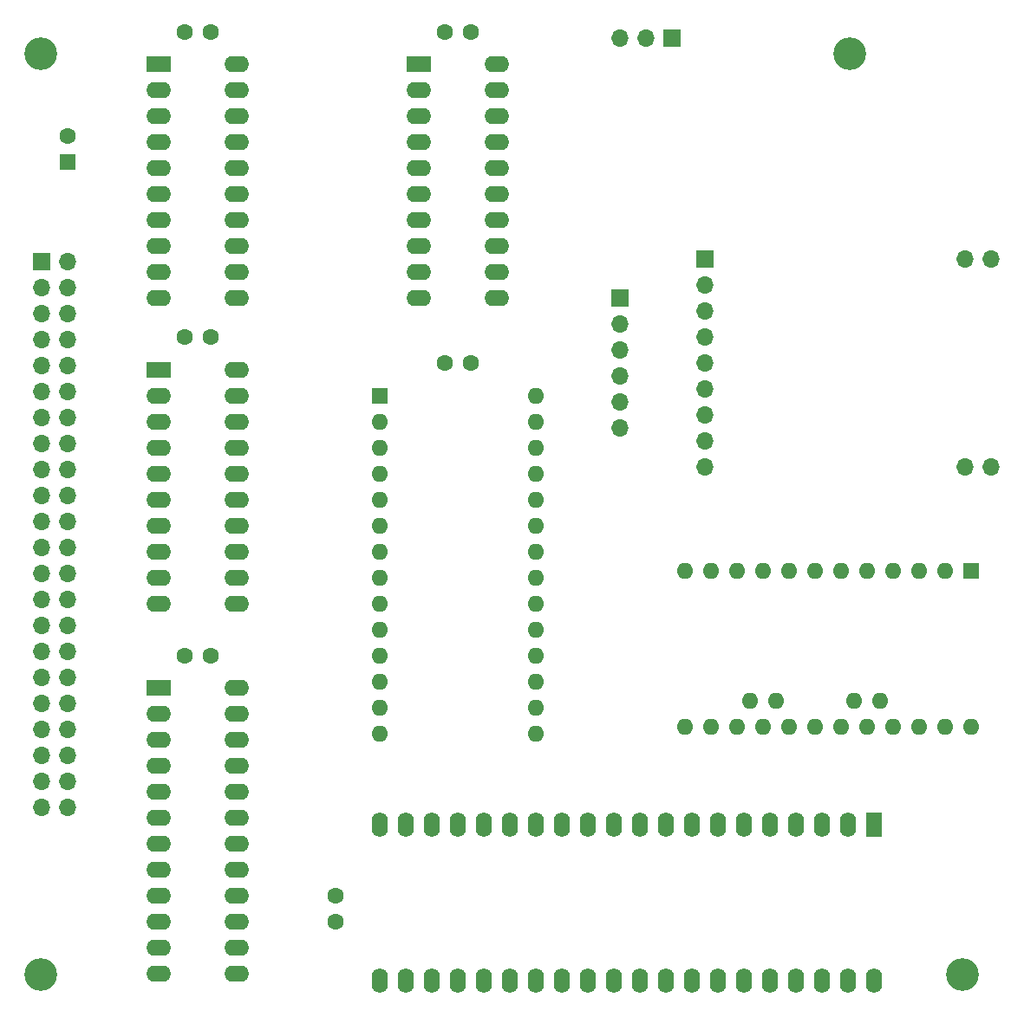
<source format=gbs>
G04 #@! TF.GenerationSoftware,KiCad,Pcbnew,(5.1.9)-1*
G04 #@! TF.CreationDate,2022-07-14T08:18:56+09:00*
G04 #@! TF.ProjectId,MZ2000_SD,4d5a3230-3030-45f5-9344-2e6b69636164,rev?*
G04 #@! TF.SameCoordinates,PX53920b0PY93c3260*
G04 #@! TF.FileFunction,Soldermask,Bot*
G04 #@! TF.FilePolarity,Negative*
%FSLAX46Y46*%
G04 Gerber Fmt 4.6, Leading zero omitted, Abs format (unit mm)*
G04 Created by KiCad (PCBNEW (5.1.9)-1) date 2022-07-14 08:18:56*
%MOMM*%
%LPD*%
G01*
G04 APERTURE LIST*
%ADD10C,1.600000*%
%ADD11R,1.600000X2.400000*%
%ADD12O,1.600000X2.400000*%
%ADD13C,3.200000*%
%ADD14R,1.700000X1.700000*%
%ADD15O,1.700000X1.700000*%
%ADD16R,1.600000X1.600000*%
%ADD17O,1.600000X1.600000*%
%ADD18R,2.400000X1.600000*%
%ADD19O,2.400000X1.600000*%
G04 APERTURE END LIST*
D10*
X33825000Y10230000D03*
X33825000Y12730000D03*
D11*
X86360000Y19685000D03*
D12*
X38100000Y4445000D03*
X83820000Y19685000D03*
X40640000Y4445000D03*
X81280000Y19685000D03*
X43180000Y4445000D03*
X78740000Y19685000D03*
X45720000Y4445000D03*
X76200000Y19685000D03*
X48260000Y4445000D03*
X73660000Y19685000D03*
X50800000Y4445000D03*
X71120000Y19685000D03*
X53340000Y4445000D03*
X68580000Y19685000D03*
X55880000Y4445000D03*
X66040000Y19685000D03*
X58420000Y4445000D03*
X63500000Y19685000D03*
X60960000Y4445000D03*
X60960000Y19685000D03*
X63500000Y4445000D03*
X58420000Y19685000D03*
X66040000Y4445000D03*
X55880000Y19685000D03*
X68580000Y4445000D03*
X53340000Y19685000D03*
X71120000Y4445000D03*
X50800000Y19685000D03*
X73660000Y4445000D03*
X48260000Y19685000D03*
X76200000Y4445000D03*
X45720000Y19685000D03*
X78740000Y4445000D03*
X43180000Y19685000D03*
X81280000Y4445000D03*
X40640000Y19685000D03*
X83820000Y4445000D03*
X38100000Y19685000D03*
X86360000Y4445000D03*
D13*
X5000000Y95000000D03*
X84000000Y95000000D03*
X95000000Y5000000D03*
X5000000Y5000000D03*
D14*
X69850000Y74930000D03*
D15*
X69850000Y72390000D03*
X69850000Y69850000D03*
X69850000Y67310000D03*
X69850000Y64770000D03*
X69850000Y62230000D03*
X69850000Y59690000D03*
X69850000Y57150000D03*
X69850000Y54610000D03*
X97790000Y54610000D03*
X95250000Y54610000D03*
X97790000Y74930000D03*
X95250000Y74930000D03*
D16*
X95885000Y44450000D03*
D17*
X93345000Y44450000D03*
X90805000Y44450000D03*
X67945000Y29210000D03*
X88265000Y44450000D03*
X70485000Y29210000D03*
X85725000Y44450000D03*
X73025000Y29210000D03*
X83185000Y44450000D03*
X75565000Y29210000D03*
X80645000Y44450000D03*
X78105000Y29210000D03*
X78105000Y44450000D03*
X80645000Y29210000D03*
X75565000Y44450000D03*
X83185000Y29210000D03*
X73025000Y44450000D03*
X85725000Y29210000D03*
X70485000Y44450000D03*
X88265000Y29210000D03*
X67945000Y44450000D03*
X90805000Y29210000D03*
X93345000Y29210000D03*
X95885000Y29210000D03*
X86995000Y31750000D03*
X84455000Y31750000D03*
X76835000Y31750000D03*
X74295000Y31750000D03*
D10*
X19090000Y97155000D03*
X21590000Y97155000D03*
X21590000Y67310000D03*
X19090000Y67310000D03*
X19090000Y36195000D03*
X21590000Y36195000D03*
X46990000Y64770000D03*
X44490000Y64770000D03*
X46990000Y97155000D03*
X44490000Y97155000D03*
D15*
X7620000Y21330000D03*
X5080000Y21330000D03*
X7620000Y23870000D03*
X5080000Y23870000D03*
X7620000Y26410000D03*
X5080000Y26410000D03*
X7620000Y28950000D03*
X5080000Y28950000D03*
X7620000Y31490000D03*
X5080000Y31490000D03*
X7620000Y34030000D03*
X5080000Y34030000D03*
X7620000Y36570000D03*
X5080000Y36570000D03*
X7620000Y39110000D03*
X5080000Y39110000D03*
X7620000Y41650000D03*
X5080000Y41650000D03*
X7620000Y44190000D03*
X5080000Y44190000D03*
X7620000Y46730000D03*
X5080000Y46730000D03*
X7620000Y49270000D03*
X5080000Y49270000D03*
X7620000Y51810000D03*
X5080000Y51810000D03*
X7620000Y54350000D03*
X5080000Y54350000D03*
X7620000Y56890000D03*
X5080000Y56890000D03*
X7620000Y59430000D03*
X5080000Y59430000D03*
X7620000Y61970000D03*
X5080000Y61970000D03*
X7620000Y64510000D03*
X5080000Y64510000D03*
X7620000Y67050000D03*
X5080000Y67050000D03*
X7620000Y69590000D03*
X5080000Y69590000D03*
X7620000Y72130000D03*
X5080000Y72130000D03*
X7620000Y74670000D03*
D14*
X5080000Y74670000D03*
D18*
X16510000Y93980000D03*
D19*
X24130000Y71120000D03*
X16510000Y91440000D03*
X24130000Y73660000D03*
X16510000Y88900000D03*
X24130000Y76200000D03*
X16510000Y86360000D03*
X24130000Y78740000D03*
X16510000Y83820000D03*
X24130000Y81280000D03*
X16510000Y81280000D03*
X24130000Y83820000D03*
X16510000Y78740000D03*
X24130000Y86360000D03*
X16510000Y76200000D03*
X24130000Y88900000D03*
X16510000Y73660000D03*
X24130000Y91440000D03*
X16510000Y71120000D03*
X24130000Y93980000D03*
X24130000Y64135000D03*
X16510000Y41275000D03*
X24130000Y61595000D03*
X16510000Y43815000D03*
X24130000Y59055000D03*
X16510000Y46355000D03*
X24130000Y56515000D03*
X16510000Y48895000D03*
X24130000Y53975000D03*
X16510000Y51435000D03*
X24130000Y51435000D03*
X16510000Y53975000D03*
X24130000Y48895000D03*
X16510000Y56515000D03*
X24130000Y46355000D03*
X16510000Y59055000D03*
X24130000Y43815000D03*
X16510000Y61595000D03*
X24130000Y41275000D03*
D18*
X16510000Y64135000D03*
X16510000Y33020000D03*
D19*
X24130000Y5080000D03*
X16510000Y30480000D03*
X24130000Y7620000D03*
X16510000Y27940000D03*
X24130000Y10160000D03*
X16510000Y25400000D03*
X24130000Y12700000D03*
X16510000Y22860000D03*
X24130000Y15240000D03*
X16510000Y20320000D03*
X24130000Y17780000D03*
X16510000Y17780000D03*
X24130000Y20320000D03*
X16510000Y15240000D03*
X24130000Y22860000D03*
X16510000Y12700000D03*
X24130000Y25400000D03*
X16510000Y10160000D03*
X24130000Y27940000D03*
X16510000Y7620000D03*
X24130000Y30480000D03*
X16510000Y5080000D03*
X24130000Y33020000D03*
D18*
X41910000Y93980000D03*
D19*
X49530000Y71120000D03*
X41910000Y91440000D03*
X49530000Y73660000D03*
X41910000Y88900000D03*
X49530000Y76200000D03*
X41910000Y86360000D03*
X49530000Y78740000D03*
X41910000Y83820000D03*
X49530000Y81280000D03*
X41910000Y81280000D03*
X49530000Y83820000D03*
X41910000Y78740000D03*
X49530000Y86360000D03*
X41910000Y76200000D03*
X49530000Y88900000D03*
X41910000Y73660000D03*
X49530000Y91440000D03*
X41910000Y71120000D03*
X49530000Y93980000D03*
D16*
X7620000Y84455000D03*
D10*
X7620000Y86955000D03*
D14*
X66675000Y96520000D03*
D15*
X64135000Y96520000D03*
X61595000Y96520000D03*
D16*
X38100000Y61595000D03*
D17*
X53340000Y28575000D03*
X38100000Y59055000D03*
X53340000Y31115000D03*
X38100000Y56515000D03*
X53340000Y33655000D03*
X38100000Y53975000D03*
X53340000Y36195000D03*
X38100000Y51435000D03*
X53340000Y38735000D03*
X38100000Y48895000D03*
X53340000Y41275000D03*
X38100000Y46355000D03*
X53340000Y43815000D03*
X38100000Y43815000D03*
X53340000Y46355000D03*
X38100000Y41275000D03*
X53340000Y48895000D03*
X38100000Y38735000D03*
X53340000Y51435000D03*
X38100000Y36195000D03*
X53340000Y53975000D03*
X38100000Y33655000D03*
X53340000Y56515000D03*
X38100000Y31115000D03*
X53340000Y59055000D03*
X38100000Y28575000D03*
X53340000Y61595000D03*
D14*
X61595000Y71120000D03*
D15*
X61595000Y68580000D03*
X61595000Y66040000D03*
X61595000Y63500000D03*
X61595000Y60960000D03*
X61595000Y58420000D03*
M02*

</source>
